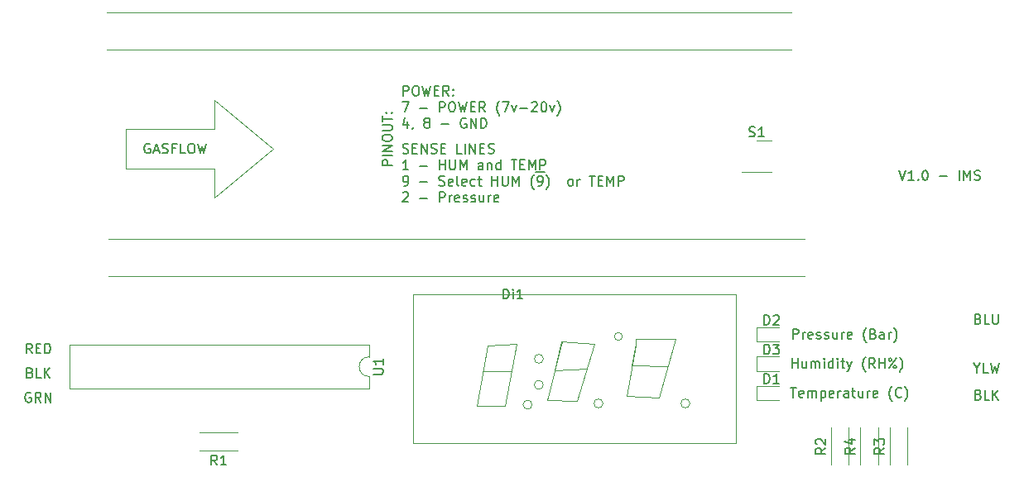
<source format=gbr>
G04 #@! TF.GenerationSoftware,KiCad,Pcbnew,(5.1.0)-1*
G04 #@! TF.CreationDate,2019-07-24T14:01:51+02:00*
G04 #@! TF.ProjectId,AirSensorModule,41697253-656e-4736-9f72-4d6f64756c65,rev?*
G04 #@! TF.SameCoordinates,Original*
G04 #@! TF.FileFunction,Legend,Top*
G04 #@! TF.FilePolarity,Positive*
%FSLAX46Y46*%
G04 Gerber Fmt 4.6, Leading zero omitted, Abs format (unit mm)*
G04 Created by KiCad (PCBNEW (5.1.0)-1) date 2019-07-24 14:01:51*
%MOMM*%
%LPD*%
G04 APERTURE LIST*
%ADD10C,0.150000*%
%ADD11C,0.120000*%
G04 APERTURE END LIST*
D10*
X167287976Y-89429761D02*
X167430833Y-89477380D01*
X167668928Y-89477380D01*
X167764166Y-89429761D01*
X167811785Y-89382142D01*
X167859404Y-89286904D01*
X167859404Y-89191666D01*
X167811785Y-89096428D01*
X167764166Y-89048809D01*
X167668928Y-89001190D01*
X167478452Y-88953571D01*
X167383214Y-88905952D01*
X167335595Y-88858333D01*
X167287976Y-88763095D01*
X167287976Y-88667857D01*
X167335595Y-88572619D01*
X167383214Y-88525000D01*
X167478452Y-88477380D01*
X167716547Y-88477380D01*
X167859404Y-88525000D01*
X168287976Y-88953571D02*
X168621309Y-88953571D01*
X168764166Y-89477380D02*
X168287976Y-89477380D01*
X168287976Y-88477380D01*
X168764166Y-88477380D01*
X169192738Y-89477380D02*
X169192738Y-88477380D01*
X169764166Y-89477380D01*
X169764166Y-88477380D01*
X170192738Y-89429761D02*
X170335595Y-89477380D01*
X170573690Y-89477380D01*
X170668928Y-89429761D01*
X170716547Y-89382142D01*
X170764166Y-89286904D01*
X170764166Y-89191666D01*
X170716547Y-89096428D01*
X170668928Y-89048809D01*
X170573690Y-89001190D01*
X170383214Y-88953571D01*
X170287976Y-88905952D01*
X170240357Y-88858333D01*
X170192738Y-88763095D01*
X170192738Y-88667857D01*
X170240357Y-88572619D01*
X170287976Y-88525000D01*
X170383214Y-88477380D01*
X170621309Y-88477380D01*
X170764166Y-88525000D01*
X171192738Y-88953571D02*
X171526071Y-88953571D01*
X171668928Y-89477380D02*
X171192738Y-89477380D01*
X171192738Y-88477380D01*
X171668928Y-88477380D01*
X173335595Y-89477380D02*
X172859404Y-89477380D01*
X172859404Y-88477380D01*
X173668928Y-89477380D02*
X173668928Y-88477380D01*
X174145119Y-89477380D02*
X174145119Y-88477380D01*
X174716547Y-89477380D01*
X174716547Y-88477380D01*
X175192738Y-88953571D02*
X175526071Y-88953571D01*
X175668928Y-89477380D02*
X175192738Y-89477380D01*
X175192738Y-88477380D01*
X175668928Y-88477380D01*
X176049880Y-89429761D02*
X176192738Y-89477380D01*
X176430833Y-89477380D01*
X176526071Y-89429761D01*
X176573690Y-89382142D01*
X176621309Y-89286904D01*
X176621309Y-89191666D01*
X176573690Y-89096428D01*
X176526071Y-89048809D01*
X176430833Y-89001190D01*
X176240357Y-88953571D01*
X176145119Y-88905952D01*
X176097500Y-88858333D01*
X176049880Y-88763095D01*
X176049880Y-88667857D01*
X176097500Y-88572619D01*
X176145119Y-88525000D01*
X176240357Y-88477380D01*
X176478452Y-88477380D01*
X176621309Y-88525000D01*
X167859404Y-91127380D02*
X167287976Y-91127380D01*
X167573690Y-91127380D02*
X167573690Y-90127380D01*
X167478452Y-90270238D01*
X167383214Y-90365476D01*
X167287976Y-90413095D01*
X169049880Y-90746428D02*
X169811785Y-90746428D01*
X171049880Y-91127380D02*
X171049880Y-90127380D01*
X171049880Y-90603571D02*
X171621309Y-90603571D01*
X171621309Y-91127380D02*
X171621309Y-90127380D01*
X172097500Y-90127380D02*
X172097500Y-90936904D01*
X172145119Y-91032142D01*
X172192738Y-91079761D01*
X172287976Y-91127380D01*
X172478452Y-91127380D01*
X172573690Y-91079761D01*
X172621309Y-91032142D01*
X172668928Y-90936904D01*
X172668928Y-90127380D01*
X173145119Y-91127380D02*
X173145119Y-90127380D01*
X173478452Y-90841666D01*
X173811785Y-90127380D01*
X173811785Y-91127380D01*
X175478452Y-91127380D02*
X175478452Y-90603571D01*
X175430833Y-90508333D01*
X175335595Y-90460714D01*
X175145119Y-90460714D01*
X175049880Y-90508333D01*
X175478452Y-91079761D02*
X175383214Y-91127380D01*
X175145119Y-91127380D01*
X175049880Y-91079761D01*
X175002261Y-90984523D01*
X175002261Y-90889285D01*
X175049880Y-90794047D01*
X175145119Y-90746428D01*
X175383214Y-90746428D01*
X175478452Y-90698809D01*
X175954642Y-90460714D02*
X175954642Y-91127380D01*
X175954642Y-90555952D02*
X176002261Y-90508333D01*
X176097500Y-90460714D01*
X176240357Y-90460714D01*
X176335595Y-90508333D01*
X176383214Y-90603571D01*
X176383214Y-91127380D01*
X177287976Y-91127380D02*
X177287976Y-90127380D01*
X177287976Y-91079761D02*
X177192738Y-91127380D01*
X177002261Y-91127380D01*
X176907023Y-91079761D01*
X176859404Y-91032142D01*
X176811785Y-90936904D01*
X176811785Y-90651190D01*
X176859404Y-90555952D01*
X176907023Y-90508333D01*
X177002261Y-90460714D01*
X177192738Y-90460714D01*
X177287976Y-90508333D01*
X178383214Y-90127380D02*
X178954642Y-90127380D01*
X178668928Y-91127380D02*
X178668928Y-90127380D01*
X179287976Y-90603571D02*
X179621309Y-90603571D01*
X179764166Y-91127380D02*
X179287976Y-91127380D01*
X179287976Y-90127380D01*
X179764166Y-90127380D01*
X180192738Y-91127380D02*
X180192738Y-90127380D01*
X180526071Y-90841666D01*
X180859404Y-90127380D01*
X180859404Y-91127380D01*
X181335595Y-91127380D02*
X181335595Y-90127380D01*
X181716547Y-90127380D01*
X181811785Y-90175000D01*
X181859404Y-90222619D01*
X181907023Y-90317857D01*
X181907023Y-90460714D01*
X181859404Y-90555952D01*
X181811785Y-90603571D01*
X181716547Y-90651190D01*
X181335595Y-90651190D01*
X167383214Y-92777380D02*
X167573690Y-92777380D01*
X167668928Y-92729761D01*
X167716547Y-92682142D01*
X167811785Y-92539285D01*
X167859404Y-92348809D01*
X167859404Y-91967857D01*
X167811785Y-91872619D01*
X167764166Y-91825000D01*
X167668928Y-91777380D01*
X167478452Y-91777380D01*
X167383214Y-91825000D01*
X167335595Y-91872619D01*
X167287976Y-91967857D01*
X167287976Y-92205952D01*
X167335595Y-92301190D01*
X167383214Y-92348809D01*
X167478452Y-92396428D01*
X167668928Y-92396428D01*
X167764166Y-92348809D01*
X167811785Y-92301190D01*
X167859404Y-92205952D01*
X169049880Y-92396428D02*
X169811785Y-92396428D01*
X171002261Y-92729761D02*
X171145119Y-92777380D01*
X171383214Y-92777380D01*
X171478452Y-92729761D01*
X171526071Y-92682142D01*
X171573690Y-92586904D01*
X171573690Y-92491666D01*
X171526071Y-92396428D01*
X171478452Y-92348809D01*
X171383214Y-92301190D01*
X171192738Y-92253571D01*
X171097500Y-92205952D01*
X171049880Y-92158333D01*
X171002261Y-92063095D01*
X171002261Y-91967857D01*
X171049880Y-91872619D01*
X171097500Y-91825000D01*
X171192738Y-91777380D01*
X171430833Y-91777380D01*
X171573690Y-91825000D01*
X172383214Y-92729761D02*
X172287976Y-92777380D01*
X172097500Y-92777380D01*
X172002261Y-92729761D01*
X171954642Y-92634523D01*
X171954642Y-92253571D01*
X172002261Y-92158333D01*
X172097500Y-92110714D01*
X172287976Y-92110714D01*
X172383214Y-92158333D01*
X172430833Y-92253571D01*
X172430833Y-92348809D01*
X171954642Y-92444047D01*
X173002261Y-92777380D02*
X172907023Y-92729761D01*
X172859404Y-92634523D01*
X172859404Y-91777380D01*
X173764166Y-92729761D02*
X173668928Y-92777380D01*
X173478452Y-92777380D01*
X173383214Y-92729761D01*
X173335595Y-92634523D01*
X173335595Y-92253571D01*
X173383214Y-92158333D01*
X173478452Y-92110714D01*
X173668928Y-92110714D01*
X173764166Y-92158333D01*
X173811785Y-92253571D01*
X173811785Y-92348809D01*
X173335595Y-92444047D01*
X174668928Y-92729761D02*
X174573690Y-92777380D01*
X174383214Y-92777380D01*
X174287976Y-92729761D01*
X174240357Y-92682142D01*
X174192738Y-92586904D01*
X174192738Y-92301190D01*
X174240357Y-92205952D01*
X174287976Y-92158333D01*
X174383214Y-92110714D01*
X174573690Y-92110714D01*
X174668928Y-92158333D01*
X174954642Y-92110714D02*
X175335595Y-92110714D01*
X175097500Y-91777380D02*
X175097500Y-92634523D01*
X175145119Y-92729761D01*
X175240357Y-92777380D01*
X175335595Y-92777380D01*
X176430833Y-92777380D02*
X176430833Y-91777380D01*
X176430833Y-92253571D02*
X177002261Y-92253571D01*
X177002261Y-92777380D02*
X177002261Y-91777380D01*
X177478452Y-91777380D02*
X177478452Y-92586904D01*
X177526071Y-92682142D01*
X177573690Y-92729761D01*
X177668928Y-92777380D01*
X177859404Y-92777380D01*
X177954642Y-92729761D01*
X178002261Y-92682142D01*
X178049880Y-92586904D01*
X178049880Y-91777380D01*
X178526071Y-92777380D02*
X178526071Y-91777380D01*
X178859404Y-92491666D01*
X179192738Y-91777380D01*
X179192738Y-92777380D01*
X180716547Y-93158333D02*
X180668928Y-93110714D01*
X180573690Y-92967857D01*
X180526071Y-92872619D01*
X180478452Y-92729761D01*
X180430833Y-92491666D01*
X180430833Y-92301190D01*
X180478452Y-92063095D01*
X180526071Y-91920238D01*
X180573690Y-91825000D01*
X180668928Y-91682142D01*
X180716547Y-91634523D01*
X180859404Y-91410000D02*
X181811785Y-91410000D01*
X181145119Y-92777380D02*
X181335595Y-92777380D01*
X181430833Y-92729761D01*
X181478452Y-92682142D01*
X181573690Y-92539285D01*
X181621309Y-92348809D01*
X181621309Y-91967857D01*
X181573690Y-91872619D01*
X181526071Y-91825000D01*
X181430833Y-91777380D01*
X181240357Y-91777380D01*
X181145119Y-91825000D01*
X181097500Y-91872619D01*
X181049880Y-91967857D01*
X181049880Y-92205952D01*
X181097500Y-92301190D01*
X181145119Y-92348809D01*
X181240357Y-92396428D01*
X181430833Y-92396428D01*
X181526071Y-92348809D01*
X181573690Y-92301190D01*
X181621309Y-92205952D01*
X181954642Y-93158333D02*
X182002261Y-93110714D01*
X182097500Y-92967857D01*
X182145119Y-92872619D01*
X182192738Y-92729761D01*
X182240357Y-92491666D01*
X182240357Y-92301190D01*
X182192738Y-92063095D01*
X182145119Y-91920238D01*
X182097500Y-91825000D01*
X182002261Y-91682142D01*
X181954642Y-91634523D01*
X184383214Y-92777380D02*
X184287976Y-92729761D01*
X184240357Y-92682142D01*
X184192738Y-92586904D01*
X184192738Y-92301190D01*
X184240357Y-92205952D01*
X184287976Y-92158333D01*
X184383214Y-92110714D01*
X184526071Y-92110714D01*
X184621309Y-92158333D01*
X184668928Y-92205952D01*
X184716547Y-92301190D01*
X184716547Y-92586904D01*
X184668928Y-92682142D01*
X184621309Y-92729761D01*
X184526071Y-92777380D01*
X184383214Y-92777380D01*
X185145119Y-92777380D02*
X185145119Y-92110714D01*
X185145119Y-92301190D02*
X185192738Y-92205952D01*
X185240357Y-92158333D01*
X185335595Y-92110714D01*
X185430833Y-92110714D01*
X186383214Y-91777380D02*
X186954642Y-91777380D01*
X186668928Y-92777380D02*
X186668928Y-91777380D01*
X187287976Y-92253571D02*
X187621309Y-92253571D01*
X187764166Y-92777380D02*
X187287976Y-92777380D01*
X187287976Y-91777380D01*
X187764166Y-91777380D01*
X188192738Y-92777380D02*
X188192738Y-91777380D01*
X188526071Y-92491666D01*
X188859404Y-91777380D01*
X188859404Y-92777380D01*
X189335595Y-92777380D02*
X189335595Y-91777380D01*
X189716547Y-91777380D01*
X189811785Y-91825000D01*
X189859404Y-91872619D01*
X189907023Y-91967857D01*
X189907023Y-92110714D01*
X189859404Y-92205952D01*
X189811785Y-92253571D01*
X189716547Y-92301190D01*
X189335595Y-92301190D01*
X167287976Y-93522619D02*
X167335595Y-93475000D01*
X167430833Y-93427380D01*
X167668928Y-93427380D01*
X167764166Y-93475000D01*
X167811785Y-93522619D01*
X167859404Y-93617857D01*
X167859404Y-93713095D01*
X167811785Y-93855952D01*
X167240357Y-94427380D01*
X167859404Y-94427380D01*
X169049880Y-94046428D02*
X169811785Y-94046428D01*
X171049880Y-94427380D02*
X171049880Y-93427380D01*
X171430833Y-93427380D01*
X171526071Y-93475000D01*
X171573690Y-93522619D01*
X171621309Y-93617857D01*
X171621309Y-93760714D01*
X171573690Y-93855952D01*
X171526071Y-93903571D01*
X171430833Y-93951190D01*
X171049880Y-93951190D01*
X172049880Y-94427380D02*
X172049880Y-93760714D01*
X172049880Y-93951190D02*
X172097500Y-93855952D01*
X172145119Y-93808333D01*
X172240357Y-93760714D01*
X172335595Y-93760714D01*
X173049880Y-94379761D02*
X172954642Y-94427380D01*
X172764166Y-94427380D01*
X172668928Y-94379761D01*
X172621309Y-94284523D01*
X172621309Y-93903571D01*
X172668928Y-93808333D01*
X172764166Y-93760714D01*
X172954642Y-93760714D01*
X173049880Y-93808333D01*
X173097500Y-93903571D01*
X173097500Y-93998809D01*
X172621309Y-94094047D01*
X173478452Y-94379761D02*
X173573690Y-94427380D01*
X173764166Y-94427380D01*
X173859404Y-94379761D01*
X173907023Y-94284523D01*
X173907023Y-94236904D01*
X173859404Y-94141666D01*
X173764166Y-94094047D01*
X173621309Y-94094047D01*
X173526071Y-94046428D01*
X173478452Y-93951190D01*
X173478452Y-93903571D01*
X173526071Y-93808333D01*
X173621309Y-93760714D01*
X173764166Y-93760714D01*
X173859404Y-93808333D01*
X174287976Y-94379761D02*
X174383214Y-94427380D01*
X174573690Y-94427380D01*
X174668928Y-94379761D01*
X174716547Y-94284523D01*
X174716547Y-94236904D01*
X174668928Y-94141666D01*
X174573690Y-94094047D01*
X174430833Y-94094047D01*
X174335595Y-94046428D01*
X174287976Y-93951190D01*
X174287976Y-93903571D01*
X174335595Y-93808333D01*
X174430833Y-93760714D01*
X174573690Y-93760714D01*
X174668928Y-93808333D01*
X175573690Y-93760714D02*
X175573690Y-94427380D01*
X175145119Y-93760714D02*
X175145119Y-94284523D01*
X175192738Y-94379761D01*
X175287976Y-94427380D01*
X175430833Y-94427380D01*
X175526071Y-94379761D01*
X175573690Y-94332142D01*
X176049880Y-94427380D02*
X176049880Y-93760714D01*
X176049880Y-93951190D02*
X176097500Y-93855952D01*
X176145119Y-93808333D01*
X176240357Y-93760714D01*
X176335595Y-93760714D01*
X177049880Y-94379761D02*
X176954642Y-94427380D01*
X176764166Y-94427380D01*
X176668928Y-94379761D01*
X176621309Y-94284523D01*
X176621309Y-93903571D01*
X176668928Y-93808333D01*
X176764166Y-93760714D01*
X176954642Y-93760714D01*
X177049880Y-93808333D01*
X177097500Y-93903571D01*
X177097500Y-93998809D01*
X176621309Y-94094047D01*
X226142857Y-106428571D02*
X226285714Y-106476190D01*
X226333333Y-106523809D01*
X226380952Y-106619047D01*
X226380952Y-106761904D01*
X226333333Y-106857142D01*
X226285714Y-106904761D01*
X226190476Y-106952380D01*
X225809523Y-106952380D01*
X225809523Y-105952380D01*
X226142857Y-105952380D01*
X226238095Y-106000000D01*
X226285714Y-106047619D01*
X226333333Y-106142857D01*
X226333333Y-106238095D01*
X226285714Y-106333333D01*
X226238095Y-106380952D01*
X226142857Y-106428571D01*
X225809523Y-106428571D01*
X227285714Y-106952380D02*
X226809523Y-106952380D01*
X226809523Y-105952380D01*
X227619047Y-105952380D02*
X227619047Y-106761904D01*
X227666666Y-106857142D01*
X227714285Y-106904761D01*
X227809523Y-106952380D01*
X228000000Y-106952380D01*
X228095238Y-106904761D01*
X228142857Y-106857142D01*
X228190476Y-106761904D01*
X228190476Y-105952380D01*
X226023809Y-111476190D02*
X226023809Y-111952380D01*
X225690476Y-110952380D02*
X226023809Y-111476190D01*
X226357142Y-110952380D01*
X227166666Y-111952380D02*
X226690476Y-111952380D01*
X226690476Y-110952380D01*
X227404761Y-110952380D02*
X227642857Y-111952380D01*
X227833333Y-111238095D01*
X228023809Y-111952380D01*
X228261904Y-110952380D01*
X226166666Y-114178571D02*
X226309523Y-114226190D01*
X226357142Y-114273809D01*
X226404761Y-114369047D01*
X226404761Y-114511904D01*
X226357142Y-114607142D01*
X226309523Y-114654761D01*
X226214285Y-114702380D01*
X225833333Y-114702380D01*
X225833333Y-113702380D01*
X226166666Y-113702380D01*
X226261904Y-113750000D01*
X226309523Y-113797619D01*
X226357142Y-113892857D01*
X226357142Y-113988095D01*
X226309523Y-114083333D01*
X226261904Y-114130952D01*
X226166666Y-114178571D01*
X225833333Y-114178571D01*
X227309523Y-114702380D02*
X226833333Y-114702380D01*
X226833333Y-113702380D01*
X227642857Y-114702380D02*
X227642857Y-113702380D01*
X228214285Y-114702380D02*
X227785714Y-114130952D01*
X228214285Y-113702380D02*
X227642857Y-114273809D01*
X129238095Y-114000000D02*
X129142857Y-113952380D01*
X129000000Y-113952380D01*
X128857142Y-114000000D01*
X128761904Y-114095238D01*
X128714285Y-114190476D01*
X128666666Y-114380952D01*
X128666666Y-114523809D01*
X128714285Y-114714285D01*
X128761904Y-114809523D01*
X128857142Y-114904761D01*
X129000000Y-114952380D01*
X129095238Y-114952380D01*
X129238095Y-114904761D01*
X129285714Y-114857142D01*
X129285714Y-114523809D01*
X129095238Y-114523809D01*
X130285714Y-114952380D02*
X129952380Y-114476190D01*
X129714285Y-114952380D02*
X129714285Y-113952380D01*
X130095238Y-113952380D01*
X130190476Y-114000000D01*
X130238095Y-114047619D01*
X130285714Y-114142857D01*
X130285714Y-114285714D01*
X130238095Y-114380952D01*
X130190476Y-114428571D01*
X130095238Y-114476190D01*
X129714285Y-114476190D01*
X130714285Y-114952380D02*
X130714285Y-113952380D01*
X131285714Y-114952380D01*
X131285714Y-113952380D01*
X129166666Y-111928571D02*
X129309523Y-111976190D01*
X129357142Y-112023809D01*
X129404761Y-112119047D01*
X129404761Y-112261904D01*
X129357142Y-112357142D01*
X129309523Y-112404761D01*
X129214285Y-112452380D01*
X128833333Y-112452380D01*
X128833333Y-111452380D01*
X129166666Y-111452380D01*
X129261904Y-111500000D01*
X129309523Y-111547619D01*
X129357142Y-111642857D01*
X129357142Y-111738095D01*
X129309523Y-111833333D01*
X129261904Y-111880952D01*
X129166666Y-111928571D01*
X128833333Y-111928571D01*
X130309523Y-112452380D02*
X129833333Y-112452380D01*
X129833333Y-111452380D01*
X130642857Y-112452380D02*
X130642857Y-111452380D01*
X131214285Y-112452380D02*
X130785714Y-111880952D01*
X131214285Y-111452380D02*
X130642857Y-112023809D01*
X129357142Y-109952380D02*
X129023809Y-109476190D01*
X128785714Y-109952380D02*
X128785714Y-108952380D01*
X129166666Y-108952380D01*
X129261904Y-109000000D01*
X129309523Y-109047619D01*
X129357142Y-109142857D01*
X129357142Y-109285714D01*
X129309523Y-109380952D01*
X129261904Y-109428571D01*
X129166666Y-109476190D01*
X128785714Y-109476190D01*
X129785714Y-109428571D02*
X130119047Y-109428571D01*
X130261904Y-109952380D02*
X129785714Y-109952380D01*
X129785714Y-108952380D01*
X130261904Y-108952380D01*
X130690476Y-109952380D02*
X130690476Y-108952380D01*
X130928571Y-108952380D01*
X131071428Y-109000000D01*
X131166666Y-109095238D01*
X131214285Y-109190476D01*
X131261904Y-109380952D01*
X131261904Y-109523809D01*
X131214285Y-109714285D01*
X131166666Y-109809523D01*
X131071428Y-109904761D01*
X130928571Y-109952380D01*
X130690476Y-109952380D01*
X167335595Y-83552380D02*
X167335595Y-82552380D01*
X167716547Y-82552380D01*
X167811785Y-82600000D01*
X167859404Y-82647619D01*
X167907023Y-82742857D01*
X167907023Y-82885714D01*
X167859404Y-82980952D01*
X167811785Y-83028571D01*
X167716547Y-83076190D01*
X167335595Y-83076190D01*
X168526071Y-82552380D02*
X168716547Y-82552380D01*
X168811785Y-82600000D01*
X168907023Y-82695238D01*
X168954642Y-82885714D01*
X168954642Y-83219047D01*
X168907023Y-83409523D01*
X168811785Y-83504761D01*
X168716547Y-83552380D01*
X168526071Y-83552380D01*
X168430833Y-83504761D01*
X168335595Y-83409523D01*
X168287976Y-83219047D01*
X168287976Y-82885714D01*
X168335595Y-82695238D01*
X168430833Y-82600000D01*
X168526071Y-82552380D01*
X169287976Y-82552380D02*
X169526071Y-83552380D01*
X169716547Y-82838095D01*
X169907023Y-83552380D01*
X170145119Y-82552380D01*
X170526071Y-83028571D02*
X170859404Y-83028571D01*
X171002261Y-83552380D02*
X170526071Y-83552380D01*
X170526071Y-82552380D01*
X171002261Y-82552380D01*
X172002261Y-83552380D02*
X171668928Y-83076190D01*
X171430833Y-83552380D02*
X171430833Y-82552380D01*
X171811785Y-82552380D01*
X171907023Y-82600000D01*
X171954642Y-82647619D01*
X172002261Y-82742857D01*
X172002261Y-82885714D01*
X171954642Y-82980952D01*
X171907023Y-83028571D01*
X171811785Y-83076190D01*
X171430833Y-83076190D01*
X172430833Y-83457142D02*
X172478452Y-83504761D01*
X172430833Y-83552380D01*
X172383214Y-83504761D01*
X172430833Y-83457142D01*
X172430833Y-83552380D01*
X172430833Y-82933333D02*
X172478452Y-82980952D01*
X172430833Y-83028571D01*
X172383214Y-82980952D01*
X172430833Y-82933333D01*
X172430833Y-83028571D01*
X167240357Y-84202380D02*
X167907023Y-84202380D01*
X167478452Y-85202380D01*
X169049880Y-84821428D02*
X169811785Y-84821428D01*
X171049880Y-85202380D02*
X171049880Y-84202380D01*
X171430833Y-84202380D01*
X171526071Y-84250000D01*
X171573690Y-84297619D01*
X171621309Y-84392857D01*
X171621309Y-84535714D01*
X171573690Y-84630952D01*
X171526071Y-84678571D01*
X171430833Y-84726190D01*
X171049880Y-84726190D01*
X172240357Y-84202380D02*
X172430833Y-84202380D01*
X172526071Y-84250000D01*
X172621309Y-84345238D01*
X172668928Y-84535714D01*
X172668928Y-84869047D01*
X172621309Y-85059523D01*
X172526071Y-85154761D01*
X172430833Y-85202380D01*
X172240357Y-85202380D01*
X172145119Y-85154761D01*
X172049880Y-85059523D01*
X172002261Y-84869047D01*
X172002261Y-84535714D01*
X172049880Y-84345238D01*
X172145119Y-84250000D01*
X172240357Y-84202380D01*
X173002261Y-84202380D02*
X173240357Y-85202380D01*
X173430833Y-84488095D01*
X173621309Y-85202380D01*
X173859404Y-84202380D01*
X174240357Y-84678571D02*
X174573690Y-84678571D01*
X174716547Y-85202380D02*
X174240357Y-85202380D01*
X174240357Y-84202380D01*
X174716547Y-84202380D01*
X175716547Y-85202380D02*
X175383214Y-84726190D01*
X175145119Y-85202380D02*
X175145119Y-84202380D01*
X175526071Y-84202380D01*
X175621309Y-84250000D01*
X175668928Y-84297619D01*
X175716547Y-84392857D01*
X175716547Y-84535714D01*
X175668928Y-84630952D01*
X175621309Y-84678571D01*
X175526071Y-84726190D01*
X175145119Y-84726190D01*
X177192738Y-85583333D02*
X177145119Y-85535714D01*
X177049880Y-85392857D01*
X177002261Y-85297619D01*
X176954642Y-85154761D01*
X176907023Y-84916666D01*
X176907023Y-84726190D01*
X176954642Y-84488095D01*
X177002261Y-84345238D01*
X177049880Y-84250000D01*
X177145119Y-84107142D01*
X177192738Y-84059523D01*
X177478452Y-84202380D02*
X178145119Y-84202380D01*
X177716547Y-85202380D01*
X178430833Y-84535714D02*
X178668928Y-85202380D01*
X178907023Y-84535714D01*
X179287976Y-84821428D02*
X180049880Y-84821428D01*
X180478452Y-84297619D02*
X180526071Y-84250000D01*
X180621309Y-84202380D01*
X180859404Y-84202380D01*
X180954642Y-84250000D01*
X181002261Y-84297619D01*
X181049880Y-84392857D01*
X181049880Y-84488095D01*
X181002261Y-84630952D01*
X180430833Y-85202380D01*
X181049880Y-85202380D01*
X181668928Y-84202380D02*
X181764166Y-84202380D01*
X181859404Y-84250000D01*
X181907023Y-84297619D01*
X181954642Y-84392857D01*
X182002261Y-84583333D01*
X182002261Y-84821428D01*
X181954642Y-85011904D01*
X181907023Y-85107142D01*
X181859404Y-85154761D01*
X181764166Y-85202380D01*
X181668928Y-85202380D01*
X181573690Y-85154761D01*
X181526071Y-85107142D01*
X181478452Y-85011904D01*
X181430833Y-84821428D01*
X181430833Y-84583333D01*
X181478452Y-84392857D01*
X181526071Y-84297619D01*
X181573690Y-84250000D01*
X181668928Y-84202380D01*
X182335595Y-84535714D02*
X182573690Y-85202380D01*
X182811785Y-84535714D01*
X183097500Y-85583333D02*
X183145119Y-85535714D01*
X183240357Y-85392857D01*
X183287976Y-85297619D01*
X183335595Y-85154761D01*
X183383214Y-84916666D01*
X183383214Y-84726190D01*
X183335595Y-84488095D01*
X183287976Y-84345238D01*
X183240357Y-84250000D01*
X183145119Y-84107142D01*
X183097500Y-84059523D01*
X167764166Y-86185714D02*
X167764166Y-86852380D01*
X167526071Y-85804761D02*
X167287976Y-86519047D01*
X167907023Y-86519047D01*
X168335595Y-86804761D02*
X168335595Y-86852380D01*
X168287976Y-86947619D01*
X168240357Y-86995238D01*
X169668928Y-86280952D02*
X169573690Y-86233333D01*
X169526071Y-86185714D01*
X169478452Y-86090476D01*
X169478452Y-86042857D01*
X169526071Y-85947619D01*
X169573690Y-85900000D01*
X169668928Y-85852380D01*
X169859404Y-85852380D01*
X169954642Y-85900000D01*
X170002261Y-85947619D01*
X170049880Y-86042857D01*
X170049880Y-86090476D01*
X170002261Y-86185714D01*
X169954642Y-86233333D01*
X169859404Y-86280952D01*
X169668928Y-86280952D01*
X169573690Y-86328571D01*
X169526071Y-86376190D01*
X169478452Y-86471428D01*
X169478452Y-86661904D01*
X169526071Y-86757142D01*
X169573690Y-86804761D01*
X169668928Y-86852380D01*
X169859404Y-86852380D01*
X169954642Y-86804761D01*
X170002261Y-86757142D01*
X170049880Y-86661904D01*
X170049880Y-86471428D01*
X170002261Y-86376190D01*
X169954642Y-86328571D01*
X169859404Y-86280952D01*
X171240357Y-86471428D02*
X172002261Y-86471428D01*
X173764166Y-85900000D02*
X173668928Y-85852380D01*
X173526071Y-85852380D01*
X173383214Y-85900000D01*
X173287976Y-85995238D01*
X173240357Y-86090476D01*
X173192738Y-86280952D01*
X173192738Y-86423809D01*
X173240357Y-86614285D01*
X173287976Y-86709523D01*
X173383214Y-86804761D01*
X173526071Y-86852380D01*
X173621309Y-86852380D01*
X173764166Y-86804761D01*
X173811785Y-86757142D01*
X173811785Y-86423809D01*
X173621309Y-86423809D01*
X174240357Y-86852380D02*
X174240357Y-85852380D01*
X174811785Y-86852380D01*
X174811785Y-85852380D01*
X175287976Y-86852380D02*
X175287976Y-85852380D01*
X175526071Y-85852380D01*
X175668928Y-85900000D01*
X175764166Y-85995238D01*
X175811785Y-86090476D01*
X175859404Y-86280952D01*
X175859404Y-86423809D01*
X175811785Y-86614285D01*
X175764166Y-86709523D01*
X175668928Y-86804761D01*
X175526071Y-86852380D01*
X175287976Y-86852380D01*
X166202380Y-90690476D02*
X165202380Y-90690476D01*
X165202380Y-90309523D01*
X165250000Y-90214285D01*
X165297619Y-90166666D01*
X165392857Y-90119047D01*
X165535714Y-90119047D01*
X165630952Y-90166666D01*
X165678571Y-90214285D01*
X165726190Y-90309523D01*
X165726190Y-90690476D01*
X166202380Y-89690476D02*
X165202380Y-89690476D01*
X166202380Y-89214285D02*
X165202380Y-89214285D01*
X166202380Y-88642857D01*
X165202380Y-88642857D01*
X165202380Y-87976190D02*
X165202380Y-87785714D01*
X165250000Y-87690476D01*
X165345238Y-87595238D01*
X165535714Y-87547619D01*
X165869047Y-87547619D01*
X166059523Y-87595238D01*
X166154761Y-87690476D01*
X166202380Y-87785714D01*
X166202380Y-87976190D01*
X166154761Y-88071428D01*
X166059523Y-88166666D01*
X165869047Y-88214285D01*
X165535714Y-88214285D01*
X165345238Y-88166666D01*
X165250000Y-88071428D01*
X165202380Y-87976190D01*
X165202380Y-87119047D02*
X166011904Y-87119047D01*
X166107142Y-87071428D01*
X166154761Y-87023809D01*
X166202380Y-86928571D01*
X166202380Y-86738095D01*
X166154761Y-86642857D01*
X166107142Y-86595238D01*
X166011904Y-86547619D01*
X165202380Y-86547619D01*
X165202380Y-86214285D02*
X165202380Y-85642857D01*
X166202380Y-85928571D02*
X165202380Y-85928571D01*
X166107142Y-85309523D02*
X166154761Y-85261904D01*
X166202380Y-85309523D01*
X166154761Y-85357142D01*
X166107142Y-85309523D01*
X166202380Y-85309523D01*
X165583333Y-85309523D02*
X165630952Y-85261904D01*
X165678571Y-85309523D01*
X165630952Y-85357142D01*
X165583333Y-85309523D01*
X165678571Y-85309523D01*
X218059523Y-91202380D02*
X218392857Y-92202380D01*
X218726190Y-91202380D01*
X219583333Y-92202380D02*
X219011904Y-92202380D01*
X219297619Y-92202380D02*
X219297619Y-91202380D01*
X219202380Y-91345238D01*
X219107142Y-91440476D01*
X219011904Y-91488095D01*
X220011904Y-92107142D02*
X220059523Y-92154761D01*
X220011904Y-92202380D01*
X219964285Y-92154761D01*
X220011904Y-92107142D01*
X220011904Y-92202380D01*
X220678571Y-91202380D02*
X220773809Y-91202380D01*
X220869047Y-91250000D01*
X220916666Y-91297619D01*
X220964285Y-91392857D01*
X221011904Y-91583333D01*
X221011904Y-91821428D01*
X220964285Y-92011904D01*
X220916666Y-92107142D01*
X220869047Y-92154761D01*
X220773809Y-92202380D01*
X220678571Y-92202380D01*
X220583333Y-92154761D01*
X220535714Y-92107142D01*
X220488095Y-92011904D01*
X220440476Y-91821428D01*
X220440476Y-91583333D01*
X220488095Y-91392857D01*
X220535714Y-91297619D01*
X220583333Y-91250000D01*
X220678571Y-91202380D01*
X222202380Y-91821428D02*
X222964285Y-91821428D01*
X224202380Y-92202380D02*
X224202380Y-91202380D01*
X224678571Y-92202380D02*
X224678571Y-91202380D01*
X225011904Y-91916666D01*
X225345238Y-91202380D01*
X225345238Y-92202380D01*
X225773809Y-92154761D02*
X225916666Y-92202380D01*
X226154761Y-92202380D01*
X226250000Y-92154761D01*
X226297619Y-92107142D01*
X226345238Y-92011904D01*
X226345238Y-91916666D01*
X226297619Y-91821428D01*
X226250000Y-91773809D01*
X226154761Y-91726190D01*
X225964285Y-91678571D01*
X225869047Y-91630952D01*
X225821428Y-91583333D01*
X225773809Y-91488095D01*
X225773809Y-91392857D01*
X225821428Y-91297619D01*
X225869047Y-91250000D01*
X225964285Y-91202380D01*
X226202380Y-91202380D01*
X226345238Y-91250000D01*
X206952380Y-113452380D02*
X207523809Y-113452380D01*
X207238095Y-114452380D02*
X207238095Y-113452380D01*
X208238095Y-114404761D02*
X208142857Y-114452380D01*
X207952380Y-114452380D01*
X207857142Y-114404761D01*
X207809523Y-114309523D01*
X207809523Y-113928571D01*
X207857142Y-113833333D01*
X207952380Y-113785714D01*
X208142857Y-113785714D01*
X208238095Y-113833333D01*
X208285714Y-113928571D01*
X208285714Y-114023809D01*
X207809523Y-114119047D01*
X208714285Y-114452380D02*
X208714285Y-113785714D01*
X208714285Y-113880952D02*
X208761904Y-113833333D01*
X208857142Y-113785714D01*
X209000000Y-113785714D01*
X209095238Y-113833333D01*
X209142857Y-113928571D01*
X209142857Y-114452380D01*
X209142857Y-113928571D02*
X209190476Y-113833333D01*
X209285714Y-113785714D01*
X209428571Y-113785714D01*
X209523809Y-113833333D01*
X209571428Y-113928571D01*
X209571428Y-114452380D01*
X210047619Y-113785714D02*
X210047619Y-114785714D01*
X210047619Y-113833333D02*
X210142857Y-113785714D01*
X210333333Y-113785714D01*
X210428571Y-113833333D01*
X210476190Y-113880952D01*
X210523809Y-113976190D01*
X210523809Y-114261904D01*
X210476190Y-114357142D01*
X210428571Y-114404761D01*
X210333333Y-114452380D01*
X210142857Y-114452380D01*
X210047619Y-114404761D01*
X211333333Y-114404761D02*
X211238095Y-114452380D01*
X211047619Y-114452380D01*
X210952380Y-114404761D01*
X210904761Y-114309523D01*
X210904761Y-113928571D01*
X210952380Y-113833333D01*
X211047619Y-113785714D01*
X211238095Y-113785714D01*
X211333333Y-113833333D01*
X211380952Y-113928571D01*
X211380952Y-114023809D01*
X210904761Y-114119047D01*
X211809523Y-114452380D02*
X211809523Y-113785714D01*
X211809523Y-113976190D02*
X211857142Y-113880952D01*
X211904761Y-113833333D01*
X212000000Y-113785714D01*
X212095238Y-113785714D01*
X212857142Y-114452380D02*
X212857142Y-113928571D01*
X212809523Y-113833333D01*
X212714285Y-113785714D01*
X212523809Y-113785714D01*
X212428571Y-113833333D01*
X212857142Y-114404761D02*
X212761904Y-114452380D01*
X212523809Y-114452380D01*
X212428571Y-114404761D01*
X212380952Y-114309523D01*
X212380952Y-114214285D01*
X212428571Y-114119047D01*
X212523809Y-114071428D01*
X212761904Y-114071428D01*
X212857142Y-114023809D01*
X213190476Y-113785714D02*
X213571428Y-113785714D01*
X213333333Y-113452380D02*
X213333333Y-114309523D01*
X213380952Y-114404761D01*
X213476190Y-114452380D01*
X213571428Y-114452380D01*
X214333333Y-113785714D02*
X214333333Y-114452380D01*
X213904761Y-113785714D02*
X213904761Y-114309523D01*
X213952380Y-114404761D01*
X214047619Y-114452380D01*
X214190476Y-114452380D01*
X214285714Y-114404761D01*
X214333333Y-114357142D01*
X214809523Y-114452380D02*
X214809523Y-113785714D01*
X214809523Y-113976190D02*
X214857142Y-113880952D01*
X214904761Y-113833333D01*
X215000000Y-113785714D01*
X215095238Y-113785714D01*
X215809523Y-114404761D02*
X215714285Y-114452380D01*
X215523809Y-114452380D01*
X215428571Y-114404761D01*
X215380952Y-114309523D01*
X215380952Y-113928571D01*
X215428571Y-113833333D01*
X215523809Y-113785714D01*
X215714285Y-113785714D01*
X215809523Y-113833333D01*
X215857142Y-113928571D01*
X215857142Y-114023809D01*
X215380952Y-114119047D01*
X217333333Y-114833333D02*
X217285714Y-114785714D01*
X217190476Y-114642857D01*
X217142857Y-114547619D01*
X217095238Y-114404761D01*
X217047619Y-114166666D01*
X217047619Y-113976190D01*
X217095238Y-113738095D01*
X217142857Y-113595238D01*
X217190476Y-113500000D01*
X217285714Y-113357142D01*
X217333333Y-113309523D01*
X218285714Y-114357142D02*
X218238095Y-114404761D01*
X218095238Y-114452380D01*
X218000000Y-114452380D01*
X217857142Y-114404761D01*
X217761904Y-114309523D01*
X217714285Y-114214285D01*
X217666666Y-114023809D01*
X217666666Y-113880952D01*
X217714285Y-113690476D01*
X217761904Y-113595238D01*
X217857142Y-113500000D01*
X218000000Y-113452380D01*
X218095238Y-113452380D01*
X218238095Y-113500000D01*
X218285714Y-113547619D01*
X218619047Y-114833333D02*
X218666666Y-114785714D01*
X218761904Y-114642857D01*
X218809523Y-114547619D01*
X218857142Y-114404761D01*
X218904761Y-114166666D01*
X218904761Y-113976190D01*
X218857142Y-113738095D01*
X218809523Y-113595238D01*
X218761904Y-113500000D01*
X218666666Y-113357142D01*
X218619047Y-113309523D01*
X207107142Y-111452380D02*
X207107142Y-110452380D01*
X207107142Y-110928571D02*
X207678571Y-110928571D01*
X207678571Y-111452380D02*
X207678571Y-110452380D01*
X208583333Y-110785714D02*
X208583333Y-111452380D01*
X208154761Y-110785714D02*
X208154761Y-111309523D01*
X208202380Y-111404761D01*
X208297619Y-111452380D01*
X208440476Y-111452380D01*
X208535714Y-111404761D01*
X208583333Y-111357142D01*
X209059523Y-111452380D02*
X209059523Y-110785714D01*
X209059523Y-110880952D02*
X209107142Y-110833333D01*
X209202380Y-110785714D01*
X209345238Y-110785714D01*
X209440476Y-110833333D01*
X209488095Y-110928571D01*
X209488095Y-111452380D01*
X209488095Y-110928571D02*
X209535714Y-110833333D01*
X209630952Y-110785714D01*
X209773809Y-110785714D01*
X209869047Y-110833333D01*
X209916666Y-110928571D01*
X209916666Y-111452380D01*
X210392857Y-111452380D02*
X210392857Y-110785714D01*
X210392857Y-110452380D02*
X210345238Y-110500000D01*
X210392857Y-110547619D01*
X210440476Y-110500000D01*
X210392857Y-110452380D01*
X210392857Y-110547619D01*
X211297619Y-111452380D02*
X211297619Y-110452380D01*
X211297619Y-111404761D02*
X211202380Y-111452380D01*
X211011904Y-111452380D01*
X210916666Y-111404761D01*
X210869047Y-111357142D01*
X210821428Y-111261904D01*
X210821428Y-110976190D01*
X210869047Y-110880952D01*
X210916666Y-110833333D01*
X211011904Y-110785714D01*
X211202380Y-110785714D01*
X211297619Y-110833333D01*
X211773809Y-111452380D02*
X211773809Y-110785714D01*
X211773809Y-110452380D02*
X211726190Y-110500000D01*
X211773809Y-110547619D01*
X211821428Y-110500000D01*
X211773809Y-110452380D01*
X211773809Y-110547619D01*
X212107142Y-110785714D02*
X212488095Y-110785714D01*
X212250000Y-110452380D02*
X212250000Y-111309523D01*
X212297619Y-111404761D01*
X212392857Y-111452380D01*
X212488095Y-111452380D01*
X212726190Y-110785714D02*
X212964285Y-111452380D01*
X213202380Y-110785714D02*
X212964285Y-111452380D01*
X212869047Y-111690476D01*
X212821428Y-111738095D01*
X212726190Y-111785714D01*
X214630952Y-111833333D02*
X214583333Y-111785714D01*
X214488095Y-111642857D01*
X214440476Y-111547619D01*
X214392857Y-111404761D01*
X214345238Y-111166666D01*
X214345238Y-110976190D01*
X214392857Y-110738095D01*
X214440476Y-110595238D01*
X214488095Y-110500000D01*
X214583333Y-110357142D01*
X214630952Y-110309523D01*
X215583333Y-111452380D02*
X215250000Y-110976190D01*
X215011904Y-111452380D02*
X215011904Y-110452380D01*
X215392857Y-110452380D01*
X215488095Y-110500000D01*
X215535714Y-110547619D01*
X215583333Y-110642857D01*
X215583333Y-110785714D01*
X215535714Y-110880952D01*
X215488095Y-110928571D01*
X215392857Y-110976190D01*
X215011904Y-110976190D01*
X216011904Y-111452380D02*
X216011904Y-110452380D01*
X216011904Y-110928571D02*
X216583333Y-110928571D01*
X216583333Y-111452380D02*
X216583333Y-110452380D01*
X217011904Y-111452380D02*
X217773809Y-110452380D01*
X217154761Y-110452380D02*
X217250000Y-110500000D01*
X217297619Y-110595238D01*
X217250000Y-110690476D01*
X217154761Y-110738095D01*
X217059523Y-110690476D01*
X217011904Y-110595238D01*
X217059523Y-110500000D01*
X217154761Y-110452380D01*
X217726190Y-111404761D02*
X217773809Y-111309523D01*
X217726190Y-111214285D01*
X217630952Y-111166666D01*
X217535714Y-111214285D01*
X217488095Y-111309523D01*
X217535714Y-111404761D01*
X217630952Y-111452380D01*
X217726190Y-111404761D01*
X218107142Y-111833333D02*
X218154761Y-111785714D01*
X218250000Y-111642857D01*
X218297619Y-111547619D01*
X218345238Y-111404761D01*
X218392857Y-111166666D01*
X218392857Y-110976190D01*
X218345238Y-110738095D01*
X218297619Y-110595238D01*
X218250000Y-110500000D01*
X218154761Y-110357142D01*
X218107142Y-110309523D01*
X207190476Y-108452380D02*
X207190476Y-107452380D01*
X207571428Y-107452380D01*
X207666666Y-107500000D01*
X207714285Y-107547619D01*
X207761904Y-107642857D01*
X207761904Y-107785714D01*
X207714285Y-107880952D01*
X207666666Y-107928571D01*
X207571428Y-107976190D01*
X207190476Y-107976190D01*
X208190476Y-108452380D02*
X208190476Y-107785714D01*
X208190476Y-107976190D02*
X208238095Y-107880952D01*
X208285714Y-107833333D01*
X208380952Y-107785714D01*
X208476190Y-107785714D01*
X209190476Y-108404761D02*
X209095238Y-108452380D01*
X208904761Y-108452380D01*
X208809523Y-108404761D01*
X208761904Y-108309523D01*
X208761904Y-107928571D01*
X208809523Y-107833333D01*
X208904761Y-107785714D01*
X209095238Y-107785714D01*
X209190476Y-107833333D01*
X209238095Y-107928571D01*
X209238095Y-108023809D01*
X208761904Y-108119047D01*
X209619047Y-108404761D02*
X209714285Y-108452380D01*
X209904761Y-108452380D01*
X210000000Y-108404761D01*
X210047619Y-108309523D01*
X210047619Y-108261904D01*
X210000000Y-108166666D01*
X209904761Y-108119047D01*
X209761904Y-108119047D01*
X209666666Y-108071428D01*
X209619047Y-107976190D01*
X209619047Y-107928571D01*
X209666666Y-107833333D01*
X209761904Y-107785714D01*
X209904761Y-107785714D01*
X210000000Y-107833333D01*
X210428571Y-108404761D02*
X210523809Y-108452380D01*
X210714285Y-108452380D01*
X210809523Y-108404761D01*
X210857142Y-108309523D01*
X210857142Y-108261904D01*
X210809523Y-108166666D01*
X210714285Y-108119047D01*
X210571428Y-108119047D01*
X210476190Y-108071428D01*
X210428571Y-107976190D01*
X210428571Y-107928571D01*
X210476190Y-107833333D01*
X210571428Y-107785714D01*
X210714285Y-107785714D01*
X210809523Y-107833333D01*
X211714285Y-107785714D02*
X211714285Y-108452380D01*
X211285714Y-107785714D02*
X211285714Y-108309523D01*
X211333333Y-108404761D01*
X211428571Y-108452380D01*
X211571428Y-108452380D01*
X211666666Y-108404761D01*
X211714285Y-108357142D01*
X212190476Y-108452380D02*
X212190476Y-107785714D01*
X212190476Y-107976190D02*
X212238095Y-107880952D01*
X212285714Y-107833333D01*
X212380952Y-107785714D01*
X212476190Y-107785714D01*
X213190476Y-108404761D02*
X213095238Y-108452380D01*
X212904761Y-108452380D01*
X212809523Y-108404761D01*
X212761904Y-108309523D01*
X212761904Y-107928571D01*
X212809523Y-107833333D01*
X212904761Y-107785714D01*
X213095238Y-107785714D01*
X213190476Y-107833333D01*
X213238095Y-107928571D01*
X213238095Y-108023809D01*
X212761904Y-108119047D01*
X214714285Y-108833333D02*
X214666666Y-108785714D01*
X214571428Y-108642857D01*
X214523809Y-108547619D01*
X214476190Y-108404761D01*
X214428571Y-108166666D01*
X214428571Y-107976190D01*
X214476190Y-107738095D01*
X214523809Y-107595238D01*
X214571428Y-107500000D01*
X214666666Y-107357142D01*
X214714285Y-107309523D01*
X215428571Y-107928571D02*
X215571428Y-107976190D01*
X215619047Y-108023809D01*
X215666666Y-108119047D01*
X215666666Y-108261904D01*
X215619047Y-108357142D01*
X215571428Y-108404761D01*
X215476190Y-108452380D01*
X215095238Y-108452380D01*
X215095238Y-107452380D01*
X215428571Y-107452380D01*
X215523809Y-107500000D01*
X215571428Y-107547619D01*
X215619047Y-107642857D01*
X215619047Y-107738095D01*
X215571428Y-107833333D01*
X215523809Y-107880952D01*
X215428571Y-107928571D01*
X215095238Y-107928571D01*
X216523809Y-108452380D02*
X216523809Y-107928571D01*
X216476190Y-107833333D01*
X216380952Y-107785714D01*
X216190476Y-107785714D01*
X216095238Y-107833333D01*
X216523809Y-108404761D02*
X216428571Y-108452380D01*
X216190476Y-108452380D01*
X216095238Y-108404761D01*
X216047619Y-108309523D01*
X216047619Y-108214285D01*
X216095238Y-108119047D01*
X216190476Y-108071428D01*
X216428571Y-108071428D01*
X216523809Y-108023809D01*
X217000000Y-108452380D02*
X217000000Y-107785714D01*
X217000000Y-107976190D02*
X217047619Y-107880952D01*
X217095238Y-107833333D01*
X217190476Y-107785714D01*
X217285714Y-107785714D01*
X217523809Y-108833333D02*
X217571428Y-108785714D01*
X217666666Y-108642857D01*
X217714285Y-108547619D01*
X217761904Y-108404761D01*
X217809523Y-108166666D01*
X217809523Y-107976190D01*
X217761904Y-107738095D01*
X217714285Y-107595238D01*
X217666666Y-107500000D01*
X217571428Y-107357142D01*
X217523809Y-107309523D01*
X141428571Y-88500000D02*
X141333333Y-88452380D01*
X141190476Y-88452380D01*
X141047619Y-88500000D01*
X140952380Y-88595238D01*
X140904761Y-88690476D01*
X140857142Y-88880952D01*
X140857142Y-89023809D01*
X140904761Y-89214285D01*
X140952380Y-89309523D01*
X141047619Y-89404761D01*
X141190476Y-89452380D01*
X141285714Y-89452380D01*
X141428571Y-89404761D01*
X141476190Y-89357142D01*
X141476190Y-89023809D01*
X141285714Y-89023809D01*
X141857142Y-89166666D02*
X142333333Y-89166666D01*
X141761904Y-89452380D02*
X142095238Y-88452380D01*
X142428571Y-89452380D01*
X142714285Y-89404761D02*
X142857142Y-89452380D01*
X143095238Y-89452380D01*
X143190476Y-89404761D01*
X143238095Y-89357142D01*
X143285714Y-89261904D01*
X143285714Y-89166666D01*
X143238095Y-89071428D01*
X143190476Y-89023809D01*
X143095238Y-88976190D01*
X142904761Y-88928571D01*
X142809523Y-88880952D01*
X142761904Y-88833333D01*
X142714285Y-88738095D01*
X142714285Y-88642857D01*
X142761904Y-88547619D01*
X142809523Y-88500000D01*
X142904761Y-88452380D01*
X143142857Y-88452380D01*
X143285714Y-88500000D01*
X144047619Y-88928571D02*
X143714285Y-88928571D01*
X143714285Y-89452380D02*
X143714285Y-88452380D01*
X144190476Y-88452380D01*
X145047619Y-89452380D02*
X144571428Y-89452380D01*
X144571428Y-88452380D01*
X145571428Y-88452380D02*
X145761904Y-88452380D01*
X145857142Y-88500000D01*
X145952380Y-88595238D01*
X146000000Y-88785714D01*
X146000000Y-89119047D01*
X145952380Y-89309523D01*
X145857142Y-89404761D01*
X145761904Y-89452380D01*
X145571428Y-89452380D01*
X145476190Y-89404761D01*
X145380952Y-89309523D01*
X145333333Y-89119047D01*
X145333333Y-88785714D01*
X145380952Y-88595238D01*
X145476190Y-88500000D01*
X145571428Y-88452380D01*
X146333333Y-88452380D02*
X146571428Y-89452380D01*
X146761904Y-88738095D01*
X146952380Y-89452380D01*
X147190476Y-88452380D01*
D11*
X148000000Y-87000000D02*
X139000000Y-87000000D01*
X148000000Y-84000000D02*
X148000000Y-87000000D01*
X154000000Y-89000000D02*
X148000000Y-84000000D01*
X148000000Y-94000000D02*
X154000000Y-89000000D01*
X148000000Y-91000000D02*
X148000000Y-94000000D01*
X139000000Y-91000000D02*
X148000000Y-91000000D01*
X139000000Y-87000000D02*
X139000000Y-91000000D01*
X208400000Y-98200000D02*
X137200000Y-98200000D01*
X137200000Y-102000000D02*
X208400000Y-102000000D01*
X137000000Y-75000000D02*
X207000000Y-75000000D01*
X137000000Y-78800000D02*
X207000000Y-78800000D01*
X178540000Y-119140000D02*
X201400000Y-119140000D01*
X201400000Y-119140000D02*
X201400000Y-103900000D01*
X201400000Y-103900000D02*
X168380000Y-103900000D01*
X168380000Y-103900000D02*
X168380000Y-119140000D01*
X168380000Y-119140000D02*
X178540000Y-119140000D01*
X181664905Y-110504000D02*
G75*
G03X181664905Y-110504000I-457905J0D01*
G01*
X181664905Y-113171000D02*
G75*
G03X181664905Y-113171000I-457905J0D01*
G01*
X180521905Y-115203000D02*
G75*
G03X180521905Y-115203000I-457905J0D01*
G01*
X187760905Y-115076000D02*
G75*
G03X187760905Y-115076000I-457905J0D01*
G01*
X189736609Y-108218000D02*
G75*
G03X189736609Y-108218000I-401609J0D01*
G01*
X196650905Y-115076000D02*
G75*
G03X196650905Y-115076000I-457905J0D01*
G01*
X176000000Y-109107000D02*
X174857000Y-115330000D01*
X174857000Y-115330000D02*
X177778000Y-115330000D01*
X177778000Y-115330000D02*
X178921000Y-108980000D01*
X178921000Y-108980000D02*
X176000000Y-109107000D01*
X175492000Y-111774000D02*
X178413000Y-111774000D01*
X183620000Y-108726000D02*
X182096000Y-114695000D01*
X182096000Y-114695000D02*
X185144000Y-114822000D01*
X185144000Y-114822000D02*
X186922000Y-108980000D01*
X186922000Y-108980000D02*
X183493000Y-108726000D01*
X183493000Y-108726000D02*
X182858000Y-111647000D01*
X182858000Y-111647000D02*
X186160000Y-111520000D01*
X191113000Y-109107000D02*
X190224000Y-114314000D01*
X190224000Y-114314000D02*
X193526000Y-114441000D01*
X193526000Y-114441000D02*
X195177000Y-108472000D01*
X195177000Y-108472000D02*
X191113000Y-108472000D01*
X191113000Y-108472000D02*
X191113000Y-108980000D01*
X191113000Y-108980000D02*
X190732000Y-111139000D01*
X190732000Y-111139000D02*
X194415000Y-111266000D01*
X150380000Y-119920000D02*
X146540000Y-119920000D01*
X150380000Y-118080000D02*
X146540000Y-118080000D01*
X203500000Y-88140000D02*
X205000000Y-88140000D01*
X202000000Y-91360000D02*
X205000000Y-91360000D01*
X163830000Y-112310000D02*
G75*
G02X163830000Y-110310000I0J1000000D01*
G01*
X163830000Y-110310000D02*
X163830000Y-109060000D01*
X163830000Y-109060000D02*
X133230000Y-109060000D01*
X133230000Y-109060000D02*
X133230000Y-113560000D01*
X133230000Y-113560000D02*
X163830000Y-113560000D01*
X163830000Y-113560000D02*
X163830000Y-112310000D01*
X205800000Y-113265000D02*
X203515000Y-113265000D01*
X203515000Y-113265000D02*
X203515000Y-114735000D01*
X203515000Y-114735000D02*
X205800000Y-114735000D01*
X203515000Y-108735000D02*
X205800000Y-108735000D01*
X203515000Y-107265000D02*
X203515000Y-108735000D01*
X205800000Y-107265000D02*
X203515000Y-107265000D01*
X205800000Y-110265000D02*
X203515000Y-110265000D01*
X203515000Y-110265000D02*
X203515000Y-111735000D01*
X203515000Y-111735000D02*
X205800000Y-111735000D01*
X211080000Y-121380000D02*
X211080000Y-117540000D01*
X212920000Y-121380000D02*
X212920000Y-117540000D01*
X218920000Y-121380000D02*
X218920000Y-117540000D01*
X217080000Y-121380000D02*
X217080000Y-117540000D01*
X214080000Y-121380000D02*
X214080000Y-117540000D01*
X215920000Y-121380000D02*
X215920000Y-117540000D01*
D10*
X177563809Y-104352380D02*
X177563809Y-103352380D01*
X177801904Y-103352380D01*
X177944761Y-103400000D01*
X178040000Y-103495238D01*
X178087619Y-103590476D01*
X178135238Y-103780952D01*
X178135238Y-103923809D01*
X178087619Y-104114285D01*
X178040000Y-104209523D01*
X177944761Y-104304761D01*
X177801904Y-104352380D01*
X177563809Y-104352380D01*
X178563809Y-104352380D02*
X178563809Y-103685714D01*
X178563809Y-103352380D02*
X178516190Y-103400000D01*
X178563809Y-103447619D01*
X178611428Y-103400000D01*
X178563809Y-103352380D01*
X178563809Y-103447619D01*
X179563809Y-104352380D02*
X178992380Y-104352380D01*
X179278095Y-104352380D02*
X179278095Y-103352380D01*
X179182857Y-103495238D01*
X179087619Y-103590476D01*
X178992380Y-103638095D01*
X148293333Y-121372380D02*
X147960000Y-120896190D01*
X147721904Y-121372380D02*
X147721904Y-120372380D01*
X148102857Y-120372380D01*
X148198095Y-120420000D01*
X148245714Y-120467619D01*
X148293333Y-120562857D01*
X148293333Y-120705714D01*
X148245714Y-120800952D01*
X148198095Y-120848571D01*
X148102857Y-120896190D01*
X147721904Y-120896190D01*
X149245714Y-121372380D02*
X148674285Y-121372380D01*
X148960000Y-121372380D02*
X148960000Y-120372380D01*
X148864761Y-120515238D01*
X148769523Y-120610476D01*
X148674285Y-120658095D01*
X202738095Y-87704761D02*
X202880952Y-87752380D01*
X203119047Y-87752380D01*
X203214285Y-87704761D01*
X203261904Y-87657142D01*
X203309523Y-87561904D01*
X203309523Y-87466666D01*
X203261904Y-87371428D01*
X203214285Y-87323809D01*
X203119047Y-87276190D01*
X202928571Y-87228571D01*
X202833333Y-87180952D01*
X202785714Y-87133333D01*
X202738095Y-87038095D01*
X202738095Y-86942857D01*
X202785714Y-86847619D01*
X202833333Y-86800000D01*
X202928571Y-86752380D01*
X203166666Y-86752380D01*
X203309523Y-86800000D01*
X204261904Y-87752380D02*
X203690476Y-87752380D01*
X203976190Y-87752380D02*
X203976190Y-86752380D01*
X203880952Y-86895238D01*
X203785714Y-86990476D01*
X203690476Y-87038095D01*
X164282380Y-112071904D02*
X165091904Y-112071904D01*
X165187142Y-112024285D01*
X165234761Y-111976666D01*
X165282380Y-111881428D01*
X165282380Y-111690952D01*
X165234761Y-111595714D01*
X165187142Y-111548095D01*
X165091904Y-111500476D01*
X164282380Y-111500476D01*
X165282380Y-110500476D02*
X165282380Y-111071904D01*
X165282380Y-110786190D02*
X164282380Y-110786190D01*
X164425238Y-110881428D01*
X164520476Y-110976666D01*
X164568095Y-111071904D01*
X204261904Y-113022380D02*
X204261904Y-112022380D01*
X204500000Y-112022380D01*
X204642857Y-112070000D01*
X204738095Y-112165238D01*
X204785714Y-112260476D01*
X204833333Y-112450952D01*
X204833333Y-112593809D01*
X204785714Y-112784285D01*
X204738095Y-112879523D01*
X204642857Y-112974761D01*
X204500000Y-113022380D01*
X204261904Y-113022380D01*
X205785714Y-113022380D02*
X205214285Y-113022380D01*
X205500000Y-113022380D02*
X205500000Y-112022380D01*
X205404761Y-112165238D01*
X205309523Y-112260476D01*
X205214285Y-112308095D01*
X204261904Y-107022380D02*
X204261904Y-106022380D01*
X204500000Y-106022380D01*
X204642857Y-106070000D01*
X204738095Y-106165238D01*
X204785714Y-106260476D01*
X204833333Y-106450952D01*
X204833333Y-106593809D01*
X204785714Y-106784285D01*
X204738095Y-106879523D01*
X204642857Y-106974761D01*
X204500000Y-107022380D01*
X204261904Y-107022380D01*
X205214285Y-106117619D02*
X205261904Y-106070000D01*
X205357142Y-106022380D01*
X205595238Y-106022380D01*
X205690476Y-106070000D01*
X205738095Y-106117619D01*
X205785714Y-106212857D01*
X205785714Y-106308095D01*
X205738095Y-106450952D01*
X205166666Y-107022380D01*
X205785714Y-107022380D01*
X204261904Y-110022380D02*
X204261904Y-109022380D01*
X204500000Y-109022380D01*
X204642857Y-109070000D01*
X204738095Y-109165238D01*
X204785714Y-109260476D01*
X204833333Y-109450952D01*
X204833333Y-109593809D01*
X204785714Y-109784285D01*
X204738095Y-109879523D01*
X204642857Y-109974761D01*
X204500000Y-110022380D01*
X204261904Y-110022380D01*
X205166666Y-109022380D02*
X205785714Y-109022380D01*
X205452380Y-109403333D01*
X205595238Y-109403333D01*
X205690476Y-109450952D01*
X205738095Y-109498571D01*
X205785714Y-109593809D01*
X205785714Y-109831904D01*
X205738095Y-109927142D01*
X205690476Y-109974761D01*
X205595238Y-110022380D01*
X205309523Y-110022380D01*
X205214285Y-109974761D01*
X205166666Y-109927142D01*
X210532380Y-119626666D02*
X210056190Y-119960000D01*
X210532380Y-120198095D02*
X209532380Y-120198095D01*
X209532380Y-119817142D01*
X209580000Y-119721904D01*
X209627619Y-119674285D01*
X209722857Y-119626666D01*
X209865714Y-119626666D01*
X209960952Y-119674285D01*
X210008571Y-119721904D01*
X210056190Y-119817142D01*
X210056190Y-120198095D01*
X209627619Y-119245714D02*
X209580000Y-119198095D01*
X209532380Y-119102857D01*
X209532380Y-118864761D01*
X209580000Y-118769523D01*
X209627619Y-118721904D01*
X209722857Y-118674285D01*
X209818095Y-118674285D01*
X209960952Y-118721904D01*
X210532380Y-119293333D01*
X210532380Y-118674285D01*
X216532380Y-119626666D02*
X216056190Y-119960000D01*
X216532380Y-120198095D02*
X215532380Y-120198095D01*
X215532380Y-119817142D01*
X215580000Y-119721904D01*
X215627619Y-119674285D01*
X215722857Y-119626666D01*
X215865714Y-119626666D01*
X215960952Y-119674285D01*
X216008571Y-119721904D01*
X216056190Y-119817142D01*
X216056190Y-120198095D01*
X215532380Y-119293333D02*
X215532380Y-118674285D01*
X215913333Y-119007619D01*
X215913333Y-118864761D01*
X215960952Y-118769523D01*
X216008571Y-118721904D01*
X216103809Y-118674285D01*
X216341904Y-118674285D01*
X216437142Y-118721904D01*
X216484761Y-118769523D01*
X216532380Y-118864761D01*
X216532380Y-119150476D01*
X216484761Y-119245714D01*
X216437142Y-119293333D01*
X213532380Y-119626666D02*
X213056190Y-119960000D01*
X213532380Y-120198095D02*
X212532380Y-120198095D01*
X212532380Y-119817142D01*
X212580000Y-119721904D01*
X212627619Y-119674285D01*
X212722857Y-119626666D01*
X212865714Y-119626666D01*
X212960952Y-119674285D01*
X213008571Y-119721904D01*
X213056190Y-119817142D01*
X213056190Y-120198095D01*
X212865714Y-118769523D02*
X213532380Y-118769523D01*
X212484761Y-119007619D02*
X213199047Y-119245714D01*
X213199047Y-118626666D01*
M02*

</source>
